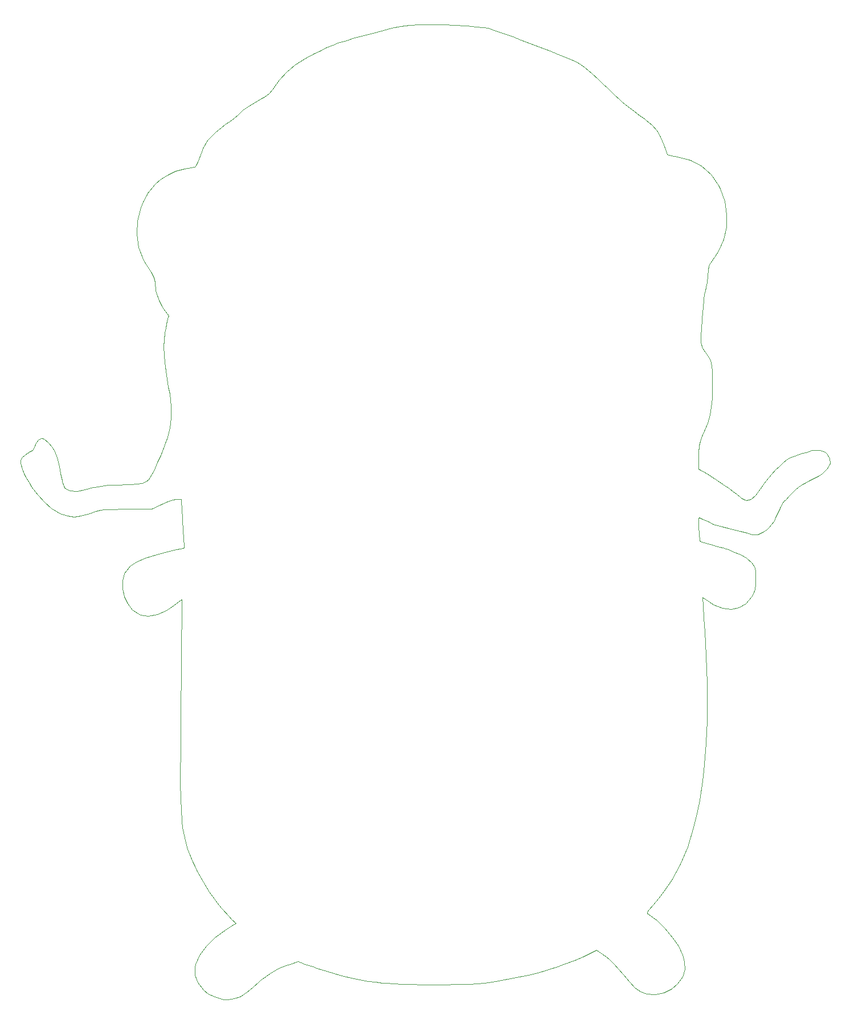
<source format=gbr>
G04 #@! TF.GenerationSoftware,KiCad,Pcbnew,8.0.5-8.0.5-0~ubuntu24.04.1*
G04 #@! TF.CreationDate,2024-10-08T07:53:47+09:00*
G04 #@! TF.ProjectId,gopher_pilot_rp2040_sw,676f7068-6572-45f7-9069-6c6f745f7270,rev?*
G04 #@! TF.SameCoordinates,Original*
G04 #@! TF.FileFunction,Profile,NP*
%FSLAX46Y46*%
G04 Gerber Fmt 4.6, Leading zero omitted, Abs format (unit mm)*
G04 Created by KiCad (PCBNEW 8.0.5-8.0.5-0~ubuntu24.04.1) date 2024-10-08 07:53:47*
%MOMM*%
%LPD*%
G01*
G04 APERTURE LIST*
G04 #@! TA.AperFunction,Profile*
%ADD10C,0.050000*%
G04 #@! TD*
G04 APERTURE END LIST*
D10*
X50840000Y-91110000D02*
X50880000Y-90670000D01*
X50880000Y-90670000D02*
X51050000Y-90280000D01*
X51050000Y-90280000D02*
X51510000Y-89790000D01*
X51110000Y-91950000D02*
X50840000Y-91110000D01*
X51390000Y-92580000D02*
X51110000Y-91950000D01*
X51510000Y-89790000D02*
X52160000Y-89430000D01*
X51650000Y-93130000D02*
X51390000Y-92580000D01*
X52160000Y-89430000D02*
X52640000Y-89160000D01*
X52210000Y-94070000D02*
X51650000Y-93130000D01*
X52500000Y-94530000D02*
X52210000Y-94070000D01*
X52640000Y-89160000D02*
X52880000Y-88700000D01*
X52880000Y-88700000D02*
X53130000Y-88070000D01*
X53130000Y-88070000D02*
X53540000Y-87570000D01*
X53400000Y-95760000D02*
X52500000Y-94530000D01*
X53540000Y-87570000D02*
X53970000Y-87350000D01*
X53970000Y-87350000D02*
X53990000Y-87350000D01*
X53990000Y-87350000D02*
X54020000Y-87360000D01*
X54020000Y-87360000D02*
X54320000Y-87490000D01*
X54320000Y-87490000D02*
X55040000Y-88030000D01*
X54410000Y-96890000D02*
X53400000Y-95760000D01*
X55040000Y-88030000D02*
X55540000Y-88600000D01*
X55450000Y-97820000D02*
X54410000Y-96890000D01*
X55540000Y-88600000D02*
X55930000Y-89300000D01*
X55930000Y-89300000D02*
X56280000Y-90290000D01*
X56280000Y-90290000D02*
X56590000Y-91550000D01*
X56420000Y-98420000D02*
X55450000Y-97820000D01*
X56590000Y-91550000D02*
X56780000Y-92610000D01*
X56680000Y-98530000D02*
X56420000Y-98420000D01*
X56780000Y-92610000D02*
X57000000Y-93670000D01*
X57000000Y-93670000D02*
X57030000Y-93810000D01*
X57030000Y-93810000D02*
X57260000Y-94500000D01*
X57260000Y-94500000D02*
X57470000Y-94810000D01*
X57470000Y-94810000D02*
X58210000Y-95160000D01*
X57790000Y-98910000D02*
X56680000Y-98530000D01*
X58210000Y-95160000D02*
X59210000Y-95230000D01*
X58800000Y-99030000D02*
X57790000Y-98910000D01*
X59210000Y-95230000D02*
X60450000Y-95000000D01*
X59840000Y-98910000D02*
X58800000Y-99030000D01*
X60450000Y-95000000D02*
X61610000Y-94680000D01*
X61090000Y-98520000D02*
X59840000Y-98910000D01*
X61610000Y-94680000D02*
X61870000Y-94620000D01*
X61870000Y-94620000D02*
X62800000Y-94450000D01*
X62050000Y-98210000D02*
X61090000Y-98520000D01*
X62710000Y-98060000D02*
X62050000Y-98210000D01*
X62800000Y-94450000D02*
X63860000Y-94350000D01*
X63320000Y-97980000D02*
X62710000Y-98060000D01*
X63750000Y-97950000D02*
X63320000Y-97980000D01*
X63860000Y-94350000D02*
X65220000Y-94280000D01*
X64660000Y-97920000D02*
X63750000Y-97950000D01*
X65220000Y-94280000D02*
X66710000Y-94220000D01*
X65960000Y-97910000D02*
X64660000Y-97920000D01*
X65990000Y-109700000D02*
X66010000Y-108540000D01*
X66010000Y-108540000D02*
X66290000Y-107470000D01*
X66250000Y-110890000D02*
X65990000Y-109700000D01*
X66290000Y-107470000D02*
X66900000Y-106580000D01*
X66710000Y-94220000D02*
X67110000Y-94210000D01*
X66740000Y-111950000D02*
X66250000Y-110890000D01*
X66900000Y-106580000D02*
X67060000Y-106420000D01*
X67060000Y-106420000D02*
X67260000Y-106290000D01*
X67110000Y-94210000D02*
X68120000Y-94150000D01*
X67260000Y-106290000D02*
X68050000Y-105770000D01*
X67470000Y-112870000D02*
X66740000Y-111950000D01*
X68050000Y-105770000D02*
X69410000Y-105150000D01*
X68110000Y-57060000D02*
X68200000Y-55060000D01*
X68120000Y-94150000D02*
X68890000Y-94030000D01*
X68200000Y-55060000D02*
X68690000Y-53060000D01*
X68390000Y-113490000D02*
X67470000Y-112870000D01*
X68420000Y-59030000D02*
X68110000Y-57060000D01*
X68640000Y-113590000D02*
X68390000Y-113490000D01*
X68690000Y-53060000D02*
X69070000Y-52240000D01*
X68890000Y-94030000D02*
X69480000Y-93790000D01*
X69070000Y-52240000D02*
X69620000Y-51100000D01*
X69120000Y-60920000D02*
X68420000Y-59030000D01*
X69200000Y-97900000D02*
X65960000Y-97910000D01*
X69410000Y-105150000D02*
X71060000Y-104620000D01*
X69480000Y-93790000D02*
X69900000Y-93440000D01*
X69550000Y-61610000D02*
X69120000Y-60920000D01*
X69620000Y-51100000D02*
X69660000Y-51030000D01*
X69660000Y-51030000D02*
X70800000Y-49590000D01*
X69840000Y-113790000D02*
X68640000Y-113590000D01*
X69900000Y-93440000D02*
X70270000Y-92900000D01*
X70220000Y-62690000D02*
X69550000Y-61610000D01*
X70270000Y-92900000D02*
X70650000Y-92170000D01*
X70340000Y-97890000D02*
X69200000Y-97900000D01*
X70650000Y-92170000D02*
X71210000Y-90960000D01*
X70680000Y-63460000D02*
X70220000Y-62690000D01*
X70800000Y-49590000D02*
X70920000Y-49490000D01*
X70830000Y-64140000D02*
X70680000Y-63460000D01*
X70920000Y-49490000D02*
X71590000Y-48970000D01*
X70960000Y-65440000D02*
X70830000Y-64140000D01*
X71060000Y-104620000D02*
X72040000Y-104360000D01*
X71140000Y-113570000D02*
X69840000Y-113790000D01*
X71210000Y-90960000D02*
X71650000Y-89940000D01*
X71390000Y-66880000D02*
X70960000Y-65440000D01*
X71590000Y-48970000D02*
X72250000Y-48470000D01*
X71650000Y-89940000D02*
X71970000Y-89200000D01*
X71790000Y-97180000D02*
X70340000Y-97890000D01*
X71870000Y-67760000D02*
X71390000Y-66880000D01*
X71970000Y-89200000D02*
X72560000Y-87590000D01*
X72040000Y-104360000D02*
X73600000Y-103980000D01*
X72090000Y-68140000D02*
X71870000Y-67760000D01*
X72140000Y-73780000D02*
X72270000Y-71740000D01*
X72250000Y-48470000D02*
X72700000Y-48250000D01*
X72270000Y-71740000D02*
X72410000Y-70970000D01*
X72280000Y-76130000D02*
X72140000Y-73780000D01*
X72410000Y-70970000D02*
X72510000Y-70450000D01*
X72510000Y-70450000D02*
X72630000Y-69930000D01*
X72530000Y-112950000D02*
X71140000Y-113570000D01*
X72550000Y-77990000D02*
X72280000Y-76130000D01*
X72560000Y-87590000D02*
X72600000Y-87490000D01*
X72600000Y-87490000D02*
X73000000Y-85880000D01*
X72630000Y-69930000D02*
X72770000Y-69360000D01*
X72690000Y-96800000D02*
X71790000Y-97180000D01*
X72700000Y-48250000D02*
X73910000Y-47700000D01*
X72770000Y-69360000D02*
X72830000Y-69130000D01*
X72810000Y-79710000D02*
X72550000Y-77990000D01*
X72830000Y-69130000D02*
X72090000Y-68140000D01*
X73000000Y-80790000D02*
X72810000Y-79710000D01*
X73000000Y-85880000D02*
X73190000Y-84300000D01*
X73060000Y-112570000D02*
X72530000Y-112950000D01*
X73190000Y-82640000D02*
X73000000Y-80790000D01*
X73190000Y-84300000D02*
X73190000Y-82640000D01*
X73460000Y-96550000D02*
X72690000Y-96800000D01*
X73600000Y-103980000D02*
X74970000Y-103700000D01*
X73640000Y-112170000D02*
X73060000Y-112570000D01*
X73910000Y-47700000D02*
X75240000Y-47340000D01*
X73980000Y-96450000D02*
X73460000Y-96550000D01*
X74270000Y-111700000D02*
X73640000Y-112170000D01*
X74600000Y-135870000D02*
X74610000Y-135100000D01*
X74600000Y-138410000D02*
X74600000Y-135870000D01*
X74610000Y-135100000D02*
X74620000Y-131850000D01*
X74620000Y-131850000D02*
X74640000Y-129800000D01*
X74640000Y-129800000D02*
X74650000Y-128510000D01*
X74640000Y-141050000D02*
X74600000Y-138410000D01*
X74650000Y-128510000D02*
X74660000Y-127340000D01*
X74660000Y-127340000D02*
X74670000Y-126300000D01*
X74670000Y-111390000D02*
X74270000Y-111700000D01*
X74670000Y-126300000D02*
X74710000Y-123350000D01*
X74690000Y-96460000D02*
X73980000Y-96450000D01*
X74690000Y-142530000D02*
X74640000Y-141050000D01*
X74710000Y-96790000D02*
X74690000Y-96460000D01*
X74710000Y-123350000D02*
X74720000Y-121650000D01*
X74720000Y-121650000D02*
X74730000Y-120900000D01*
X74730000Y-120900000D02*
X74740000Y-118840000D01*
X74740000Y-118840000D02*
X74770000Y-116400000D01*
X74770000Y-116400000D02*
X74780000Y-115130000D01*
X74780000Y-115130000D02*
X74790000Y-114040000D01*
X74790000Y-97790000D02*
X74710000Y-96790000D01*
X74790000Y-114040000D02*
X74800000Y-112470000D01*
X74800000Y-112470000D02*
X74810000Y-111630000D01*
X74810000Y-111630000D02*
X74820000Y-111310000D01*
X74810000Y-144170000D02*
X74690000Y-142530000D01*
X74820000Y-111310000D02*
X74670000Y-111390000D01*
X74920000Y-145210000D02*
X74810000Y-144170000D01*
X74970000Y-103700000D02*
X75180000Y-103660000D01*
X75020000Y-101060000D02*
X74790000Y-97790000D01*
X75160000Y-103400000D02*
X75020000Y-101060000D01*
X75180000Y-103660000D02*
X75160000Y-103400000D01*
X75200000Y-146700000D02*
X74920000Y-145210000D01*
X75240000Y-47340000D02*
X76140000Y-47170000D01*
X75390000Y-147450000D02*
X75200000Y-146700000D01*
X75660000Y-148380000D02*
X75390000Y-147450000D01*
X75850000Y-148870000D02*
X75660000Y-148380000D01*
X76140000Y-47170000D02*
X76550000Y-47090000D01*
X76390000Y-150280000D02*
X75850000Y-148870000D01*
X76550000Y-47090000D02*
X76770000Y-47050000D01*
X76730000Y-150990000D02*
X76390000Y-150280000D01*
X76760000Y-165950000D02*
X76870000Y-165490000D01*
X76770000Y-47050000D02*
X76950000Y-46820000D01*
X76780000Y-167140000D02*
X76760000Y-165950000D01*
X76870000Y-165490000D02*
X77460000Y-164140000D01*
X76950000Y-46820000D02*
X77200000Y-46280000D01*
X77030000Y-151590000D02*
X76730000Y-150990000D01*
X77200000Y-46280000D02*
X77750000Y-44780000D01*
X77200000Y-168270000D02*
X76780000Y-167140000D01*
X77460000Y-164140000D02*
X78430000Y-162780000D01*
X77740000Y-152930000D02*
X77030000Y-151590000D01*
X77750000Y-44780000D02*
X77950000Y-44260000D01*
X77950000Y-44260000D02*
X78620000Y-43100000D01*
X78050000Y-169300000D02*
X77200000Y-168270000D01*
X78250000Y-153750000D02*
X77740000Y-152930000D01*
X78430000Y-162780000D02*
X79710000Y-161530000D01*
X78620000Y-43100000D02*
X79610000Y-42060000D01*
X78750000Y-169880000D02*
X78050000Y-169300000D01*
X78880000Y-154780000D02*
X78250000Y-153750000D01*
X79130000Y-155110000D02*
X78880000Y-154780000D01*
X79610000Y-42060000D02*
X79930000Y-41790000D01*
X79690000Y-170380000D02*
X78750000Y-169880000D01*
X79710000Y-161530000D02*
X81230000Y-160410000D01*
X79930000Y-41790000D02*
X80620000Y-41230000D01*
X80330000Y-156740000D02*
X79130000Y-155110000D01*
X80620000Y-41230000D02*
X81270000Y-40760000D01*
X80750000Y-157210000D02*
X80330000Y-156740000D01*
X80960000Y-170750000D02*
X79690000Y-170380000D01*
X81230000Y-160410000D02*
X82300000Y-159780000D01*
X81270000Y-40760000D02*
X81900000Y-40290000D01*
X81710000Y-170760000D02*
X80960000Y-170750000D01*
X81850000Y-158440000D02*
X80750000Y-157210000D01*
X81900000Y-40290000D02*
X82570000Y-39750000D01*
X82210000Y-158810000D02*
X81850000Y-158440000D01*
X82300000Y-159780000D02*
X82870000Y-159460000D01*
X82570000Y-39750000D02*
X83160000Y-39250000D01*
X82610000Y-170610000D02*
X81710000Y-170760000D01*
X82870000Y-159460000D02*
X82210000Y-158810000D01*
X83160000Y-39250000D02*
X83900000Y-38630000D01*
X83480000Y-170320000D02*
X82610000Y-170610000D01*
X83620000Y-170250000D02*
X83480000Y-170320000D01*
X83900000Y-38630000D02*
X84390000Y-38280000D01*
X83950000Y-170030000D02*
X83620000Y-170250000D01*
X84390000Y-38280000D02*
X84860000Y-37960000D01*
X84440000Y-169660000D02*
X83950000Y-170030000D01*
X84860000Y-37960000D02*
X85510000Y-37560000D01*
X84860000Y-169350000D02*
X84440000Y-169660000D01*
X85410000Y-168870000D02*
X84860000Y-169350000D01*
X85510000Y-37560000D02*
X86610000Y-36920000D01*
X86210000Y-168180000D02*
X85410000Y-168870000D01*
X86540000Y-167890000D02*
X86210000Y-168180000D01*
X86610000Y-36920000D02*
X87070000Y-36660000D01*
X86720000Y-167760000D02*
X86540000Y-167890000D01*
X87070000Y-36660000D02*
X87770000Y-36130000D01*
X87770000Y-36130000D02*
X88270000Y-35590000D01*
X87940000Y-166860000D02*
X86720000Y-167760000D01*
X88270000Y-35590000D02*
X88910000Y-34680000D01*
X88910000Y-34680000D02*
X89310000Y-34120000D01*
X89230000Y-166140000D02*
X87940000Y-166860000D01*
X89310000Y-34120000D02*
X90410000Y-32940000D01*
X90270000Y-165730000D02*
X89230000Y-166140000D01*
X90410000Y-32940000D02*
X90900000Y-32540000D01*
X90900000Y-32540000D02*
X91620000Y-31950000D01*
X90920000Y-165500000D02*
X90270000Y-165730000D01*
X91620000Y-31950000D02*
X93180000Y-30940000D01*
X92070000Y-165130000D02*
X90920000Y-165500000D01*
X92500000Y-165290000D02*
X92070000Y-165130000D01*
X93140000Y-165500000D02*
X92500000Y-165290000D01*
X93180000Y-30940000D02*
X94430000Y-30240000D01*
X94290000Y-165890000D02*
X93140000Y-165500000D01*
X94430000Y-30240000D02*
X95380000Y-29760000D01*
X94910000Y-166100000D02*
X94290000Y-165890000D01*
X95380000Y-29760000D02*
X96310000Y-29300000D01*
X95730000Y-166360000D02*
X94910000Y-166100000D01*
X96310000Y-29300000D02*
X97230000Y-28920000D01*
X97200000Y-166810000D02*
X95730000Y-166360000D01*
X97230000Y-28920000D02*
X97990000Y-28640000D01*
X97990000Y-28640000D02*
X99270000Y-28240000D01*
X98540000Y-167190000D02*
X97200000Y-166810000D01*
X99270000Y-28240000D02*
X100470000Y-27890000D01*
X100400000Y-167650000D02*
X98540000Y-167190000D01*
X100470000Y-27890000D02*
X102240000Y-27410000D01*
X102240000Y-27410000D02*
X103870000Y-26970000D01*
X102510000Y-168020000D02*
X100400000Y-167650000D01*
X103620000Y-168150000D02*
X102510000Y-168020000D01*
X103870000Y-26970000D02*
X104750000Y-26730000D01*
X104620000Y-168280000D02*
X103620000Y-168150000D01*
X104750000Y-26730000D02*
X106010000Y-26430000D01*
X104870000Y-168300000D02*
X104620000Y-168280000D01*
X106010000Y-26430000D02*
X107340000Y-26160000D01*
X106620000Y-168420000D02*
X104870000Y-168300000D01*
X107290000Y-168450000D02*
X106620000Y-168420000D01*
X107340000Y-26160000D02*
X108670000Y-25960000D01*
X108670000Y-25960000D02*
X110040000Y-25880000D01*
X109310000Y-168520000D02*
X107290000Y-168450000D01*
X110040000Y-25880000D02*
X111230000Y-25870000D01*
X110190000Y-168540000D02*
X109310000Y-168520000D01*
X111230000Y-25870000D02*
X112480000Y-25890000D01*
X111950000Y-168550000D02*
X110190000Y-168540000D01*
X112480000Y-25890000D02*
X113910000Y-25940000D01*
X113290000Y-168540000D02*
X111950000Y-168550000D01*
X113910000Y-25940000D02*
X115240000Y-26000000D01*
X115240000Y-26000000D02*
X117240000Y-26110000D01*
X116240000Y-168510000D02*
X113290000Y-168540000D01*
X117240000Y-26110000D02*
X118470000Y-26210000D01*
X117550000Y-168470000D02*
X116240000Y-168510000D01*
X118470000Y-26210000D02*
X119620000Y-26330000D01*
X118710000Y-168400000D02*
X117550000Y-168470000D01*
X119620000Y-26330000D02*
X120370000Y-26450000D01*
X119650000Y-168310000D02*
X118710000Y-168400000D01*
X120370000Y-26450000D02*
X121170000Y-26710000D01*
X120450000Y-168220000D02*
X119650000Y-168310000D01*
X121170000Y-26710000D02*
X122210000Y-27080000D01*
X121920000Y-168000000D02*
X120450000Y-168220000D01*
X122210000Y-27080000D02*
X123990000Y-27720000D01*
X123990000Y-27720000D02*
X125150000Y-28160000D01*
X125150000Y-28160000D02*
X126520000Y-28680000D01*
X126300000Y-167100000D02*
X121920000Y-168000000D01*
X126520000Y-28680000D02*
X127940000Y-29220000D01*
X127710000Y-166760000D02*
X126300000Y-167100000D01*
X127940000Y-29220000D02*
X129490000Y-29820000D01*
X129490000Y-29820000D02*
X130690000Y-30280000D01*
X130660000Y-165870000D02*
X127710000Y-166760000D01*
X130690000Y-30280000D02*
X132420000Y-30990000D01*
X131570000Y-165550000D02*
X130660000Y-165870000D01*
X132420000Y-30990000D02*
X133430000Y-31440000D01*
X133250000Y-164930000D02*
X131570000Y-165550000D01*
X133380000Y-164860000D02*
X133250000Y-164930000D01*
X133430000Y-31440000D02*
X134070000Y-31820000D01*
X134070000Y-31820000D02*
X134710000Y-32290000D01*
X134430000Y-164390000D02*
X133380000Y-164860000D01*
X134710000Y-32290000D02*
X135760000Y-33180000D01*
X135760000Y-33180000D02*
X136690000Y-34040000D01*
X136450000Y-163410000D02*
X134430000Y-164390000D01*
X136690000Y-34040000D02*
X137470000Y-34800000D01*
X136790000Y-163650000D02*
X136450000Y-163410000D01*
X137280000Y-163990000D02*
X136790000Y-163650000D01*
X137470000Y-34800000D02*
X138020000Y-35340000D01*
X137900000Y-164440000D02*
X137280000Y-163990000D01*
X138020000Y-35340000D02*
X139040000Y-36310000D01*
X138300000Y-164760000D02*
X137900000Y-164440000D01*
X138860000Y-165290000D02*
X138300000Y-164760000D01*
X138990000Y-165430000D02*
X138860000Y-165290000D01*
X139040000Y-36310000D02*
X139820000Y-37010000D01*
X139760000Y-166270000D02*
X138990000Y-165430000D01*
X139820000Y-37010000D02*
X140270000Y-37420000D01*
X140270000Y-37420000D02*
X141000000Y-38000000D01*
X140400000Y-167010000D02*
X139760000Y-166270000D01*
X141000000Y-38000000D02*
X141340000Y-38290000D01*
X141340000Y-38290000D02*
X142020000Y-38800000D01*
X141360000Y-168150000D02*
X140400000Y-167010000D01*
X142020000Y-38800000D02*
X142900000Y-39430000D01*
X142130000Y-168990000D02*
X141360000Y-168150000D01*
X142900000Y-39430000D02*
X143070000Y-39560000D01*
X142970000Y-169600000D02*
X142130000Y-168990000D01*
X143070000Y-39560000D02*
X143660000Y-39970000D01*
X143660000Y-39970000D02*
X143840000Y-40120000D01*
X143840000Y-40120000D02*
X144650000Y-40810000D01*
X143880000Y-169920000D02*
X142970000Y-169600000D01*
X143950000Y-157950000D02*
X144120000Y-158100000D01*
X143980000Y-157750000D02*
X143950000Y-157950000D01*
X144120000Y-158100000D02*
X144810000Y-158600000D01*
X144220000Y-157410000D02*
X143980000Y-157750000D01*
X144650000Y-40810000D02*
X145400000Y-41680000D01*
X144810000Y-158600000D02*
X145410000Y-159030000D01*
X144820000Y-156730000D02*
X144220000Y-157410000D01*
X144970000Y-170000000D02*
X143880000Y-169920000D01*
X145170000Y-169980000D02*
X144970000Y-170000000D01*
X145400000Y-41680000D02*
X145960000Y-42590000D01*
X145410000Y-159030000D02*
X146630000Y-160190000D01*
X145690000Y-155710000D02*
X144820000Y-156730000D01*
X145960000Y-42590000D02*
X146450000Y-43800000D01*
X146450000Y-43800000D02*
X146690000Y-44450000D01*
X146450000Y-169750000D02*
X145170000Y-169980000D01*
X146460000Y-154650000D02*
X145690000Y-155710000D01*
X146630000Y-160190000D02*
X147730000Y-161500000D01*
X146690000Y-44450000D02*
X146890000Y-44990000D01*
X146890000Y-44990000D02*
X146980000Y-45250000D01*
X146980000Y-45250000D02*
X147580000Y-45350000D01*
X147580000Y-45350000D02*
X148500000Y-45510000D01*
X147590000Y-169190000D02*
X146450000Y-169750000D01*
X147600000Y-152960000D02*
X146460000Y-154650000D01*
X147730000Y-161500000D02*
X148630000Y-162840000D01*
X148500000Y-45510000D02*
X150380000Y-46050000D01*
X148510000Y-168400000D02*
X147590000Y-169190000D01*
X148630000Y-162840000D02*
X149270000Y-164180000D01*
X148880000Y-150590000D02*
X147600000Y-152960000D01*
X149200000Y-167390000D02*
X148510000Y-168400000D01*
X149270000Y-164180000D02*
X149530000Y-165080000D01*
X149530000Y-165080000D02*
X149540000Y-166270000D01*
X149540000Y-166270000D02*
X149200000Y-167390000D01*
X149980000Y-148040000D02*
X148880000Y-150590000D01*
X150380000Y-46050000D02*
X152050000Y-46940000D01*
X150970000Y-144850000D02*
X149980000Y-148040000D01*
X151450000Y-142760000D02*
X150970000Y-144850000D01*
X151610000Y-90440000D02*
X151610000Y-91940000D01*
X151610000Y-91940000D02*
X151790000Y-92020000D01*
X151620000Y-89460000D02*
X151610000Y-90440000D01*
X151630000Y-99970000D02*
X151640000Y-100630000D01*
X151640000Y-99300000D02*
X151630000Y-99970000D01*
X151640000Y-100630000D02*
X151670000Y-101320000D01*
X151670000Y-101320000D02*
X151710000Y-101870000D01*
X151690000Y-88480000D02*
X151620000Y-89460000D01*
X151690000Y-99110000D02*
X151640000Y-99300000D01*
X151710000Y-101870000D02*
X151750000Y-102260000D01*
X151750000Y-102260000D02*
X151780000Y-102470000D01*
X151780000Y-102470000D02*
X151790000Y-102520000D01*
X151790000Y-92020000D02*
X152720000Y-92570000D01*
X151790000Y-102520000D02*
X151840000Y-102700000D01*
X151790000Y-141100000D02*
X151450000Y-142760000D01*
X151840000Y-87780000D02*
X151690000Y-88480000D01*
X151840000Y-102700000D02*
X152080000Y-102800000D01*
X151900000Y-99200000D02*
X151690000Y-99110000D01*
X151960000Y-72740000D02*
X151960000Y-73190000D01*
X151960000Y-73190000D02*
X152170000Y-73960000D01*
X151980000Y-71840000D02*
X151960000Y-72740000D01*
X152020000Y-71320000D02*
X151980000Y-71840000D01*
X152050000Y-46940000D02*
X153430000Y-48170000D01*
X152080000Y-102800000D02*
X152720000Y-102990000D01*
X152110000Y-87070000D02*
X151840000Y-87780000D01*
X152120000Y-69620000D02*
X152020000Y-71320000D01*
X152170000Y-73960000D02*
X152600000Y-74580000D01*
X152180000Y-110970000D02*
X152210000Y-111040000D01*
X152210000Y-111040000D02*
X152290000Y-112140000D01*
X152220000Y-138220000D02*
X151790000Y-141100000D01*
X152240000Y-99360000D02*
X151900000Y-99200000D01*
X152250000Y-67920000D02*
X152120000Y-69620000D01*
X152260000Y-111040000D02*
X152180000Y-110970000D01*
X152290000Y-112140000D02*
X152410000Y-114030000D01*
X152370000Y-66770000D02*
X152250000Y-67920000D01*
X152380000Y-136760000D02*
X152220000Y-138220000D01*
X152410000Y-114030000D02*
X152540000Y-116070000D01*
X152440000Y-111170000D02*
X152260000Y-111040000D01*
X152490000Y-65910000D02*
X152370000Y-66770000D01*
X152540000Y-86060000D02*
X152110000Y-87070000D01*
X152540000Y-116070000D02*
X152710000Y-119610000D01*
X152560000Y-134820000D02*
X152380000Y-136760000D01*
X152600000Y-65410000D02*
X152490000Y-65910000D01*
X152600000Y-74580000D02*
X152990000Y-75100000D01*
X152700000Y-132640000D02*
X152560000Y-134820000D01*
X152710000Y-111370000D02*
X152440000Y-111170000D01*
X152710000Y-119610000D02*
X152850000Y-123800000D01*
X152720000Y-92570000D02*
X154170000Y-93510000D01*
X152720000Y-102990000D02*
X153600000Y-103230000D01*
X152730000Y-64920000D02*
X152600000Y-65410000D01*
X152780000Y-130950000D02*
X152700000Y-132640000D01*
X152840000Y-129390000D02*
X152780000Y-130950000D01*
X152850000Y-64210000D02*
X152730000Y-64920000D01*
X152850000Y-123800000D02*
X152850000Y-125380000D01*
X152850000Y-125380000D02*
X152840000Y-129390000D01*
X152930000Y-85100000D02*
X152540000Y-86060000D01*
X152960000Y-63250000D02*
X152850000Y-64210000D01*
X152990000Y-75100000D02*
X153120000Y-75310000D01*
X153010000Y-62370000D02*
X152960000Y-63250000D01*
X153010000Y-99760000D02*
X152240000Y-99360000D01*
X153120000Y-61740000D02*
X153010000Y-62370000D01*
X153120000Y-75310000D02*
X153270000Y-75590000D01*
X153190000Y-111670000D02*
X152710000Y-111370000D01*
X153270000Y-75590000D02*
X153460000Y-76110000D01*
X153280000Y-83930000D02*
X152930000Y-85100000D01*
X153360000Y-61260000D02*
X153120000Y-61740000D01*
X153430000Y-48170000D02*
X154530000Y-49740000D01*
X153460000Y-76110000D02*
X153610000Y-77310000D01*
X153510000Y-82750000D02*
X153280000Y-83930000D01*
X153600000Y-103230000D02*
X154120000Y-103360000D01*
X153610000Y-77310000D02*
X153640000Y-77970000D01*
X153620000Y-81420000D02*
X153510000Y-82750000D01*
X153630000Y-80850000D02*
X153620000Y-81420000D01*
X153640000Y-77970000D02*
X153650000Y-80150000D01*
X153650000Y-80150000D02*
X153630000Y-80850000D01*
X153810000Y-112070000D02*
X153190000Y-111670000D01*
X153830000Y-100120000D02*
X153010000Y-99760000D01*
X153990000Y-60410000D02*
X153360000Y-61260000D01*
X154120000Y-103360000D02*
X154710000Y-103530000D01*
X154170000Y-93510000D02*
X155530000Y-94410000D01*
X154530000Y-49740000D02*
X154810000Y-50300000D01*
X154600000Y-59530000D02*
X153990000Y-60410000D01*
X154710000Y-103530000D02*
X155210000Y-103670000D01*
X154810000Y-50300000D02*
X155480000Y-52150000D01*
X155050000Y-100520000D02*
X153830000Y-100120000D01*
X155160000Y-112630000D02*
X153810000Y-112070000D01*
X155210000Y-103670000D02*
X155630000Y-103790000D01*
X155350000Y-57810000D02*
X154600000Y-59530000D01*
X155480000Y-52150000D02*
X155770000Y-54060000D01*
X155530000Y-94410000D02*
X156140000Y-94860000D01*
X155630000Y-103790000D02*
X156060000Y-103920000D01*
X155740000Y-55980000D02*
X155350000Y-57810000D01*
X155770000Y-54060000D02*
X155740000Y-55980000D01*
X156060000Y-103920000D02*
X156210000Y-103980000D01*
X156070000Y-100770000D02*
X155050000Y-100520000D01*
X156140000Y-94860000D02*
X156740000Y-95330000D01*
X156210000Y-103980000D02*
X156960000Y-104270000D01*
X156470000Y-112790000D02*
X155160000Y-112630000D01*
X156740000Y-95330000D02*
X156920000Y-95450000D01*
X156920000Y-95450000D02*
X157710000Y-96050000D01*
X156960000Y-104270000D02*
X157600000Y-104520000D01*
X157050000Y-100980000D02*
X156070000Y-100770000D01*
X157600000Y-104520000D02*
X157730000Y-104590000D01*
X157630000Y-112550000D02*
X156470000Y-112790000D01*
X157710000Y-96050000D02*
X157950000Y-96230000D01*
X157730000Y-104590000D02*
X158320000Y-104920000D01*
X157810000Y-101150000D02*
X157050000Y-100980000D01*
X157950000Y-96230000D02*
X158460000Y-96530000D01*
X158320000Y-104920000D02*
X158750000Y-105160000D01*
X158460000Y-96530000D02*
X158750000Y-96620000D01*
X158630000Y-111920000D02*
X157630000Y-112550000D01*
X158750000Y-96620000D02*
X159390000Y-96440000D01*
X158750000Y-105160000D02*
X159510000Y-105840000D01*
X158780000Y-101420000D02*
X157810000Y-101150000D01*
X159390000Y-96440000D02*
X160050000Y-95870000D01*
X159460000Y-110910000D02*
X158630000Y-111920000D01*
X159510000Y-105840000D02*
X159870000Y-106440000D01*
X159530000Y-101680000D02*
X158780000Y-101420000D01*
X159720000Y-110470000D02*
X159460000Y-110910000D01*
X159870000Y-106440000D02*
X160040000Y-106990000D01*
X159980000Y-109840000D02*
X159720000Y-110470000D01*
X160040000Y-106990000D02*
X160100000Y-107750000D01*
X160050000Y-95870000D02*
X160790000Y-94930000D01*
X160090000Y-109060000D02*
X159980000Y-109840000D01*
X160100000Y-107750000D02*
X160110000Y-108280000D01*
X160110000Y-108280000D02*
X160090000Y-109060000D01*
X160410000Y-101670000D02*
X159530000Y-101680000D01*
X160790000Y-94930000D02*
X161170000Y-94340000D01*
X161170000Y-94340000D02*
X161360000Y-94090000D01*
X161280000Y-101290000D02*
X160410000Y-101670000D01*
X161360000Y-94090000D02*
X161630000Y-93700000D01*
X161630000Y-93700000D02*
X162480000Y-92690000D01*
X161760000Y-100910000D02*
X161280000Y-101290000D01*
X162130000Y-100590000D02*
X161760000Y-100910000D01*
X162370000Y-100280000D02*
X162130000Y-100590000D01*
X162480000Y-92690000D02*
X163060000Y-92050000D01*
X162860000Y-99630000D02*
X162370000Y-100280000D01*
X163060000Y-92050000D02*
X163610000Y-91490000D01*
X163070000Y-99170000D02*
X162860000Y-99630000D01*
X163490000Y-98290000D02*
X163070000Y-99170000D01*
X163610000Y-91490000D02*
X164180000Y-90970000D01*
X163690000Y-97760000D02*
X163490000Y-98290000D01*
X163730000Y-97690000D02*
X163690000Y-97760000D01*
X164180000Y-90970000D02*
X164640000Y-90590000D01*
X164240000Y-96810000D02*
X163730000Y-97690000D01*
X164530000Y-96500000D02*
X164240000Y-96810000D01*
X164640000Y-90590000D02*
X165170000Y-90230000D01*
X165060000Y-95910000D02*
X164530000Y-96500000D01*
X165170000Y-90230000D02*
X165370000Y-90160000D01*
X165370000Y-90160000D02*
X165950000Y-89990000D01*
X165670000Y-95320000D02*
X165060000Y-95910000D01*
X165950000Y-89990000D02*
X167040000Y-89610000D01*
X166040000Y-94990000D02*
X165670000Y-95320000D01*
X166530000Y-94570000D02*
X166040000Y-94990000D01*
X167010000Y-94230000D02*
X166530000Y-94570000D01*
X167040000Y-89610000D02*
X167580000Y-89450000D01*
X167520000Y-93960000D02*
X167010000Y-94230000D01*
X167580000Y-89450000D02*
X168480000Y-89190000D01*
X167970000Y-93710000D02*
X167520000Y-93960000D01*
X168480000Y-89190000D02*
X169540000Y-89140000D01*
X168770000Y-93320000D02*
X167970000Y-93710000D01*
X169430000Y-92920000D02*
X168770000Y-93320000D01*
X169540000Y-89140000D02*
X169610000Y-89160000D01*
X169610000Y-89160000D02*
X170380000Y-89430000D01*
X169940000Y-92600000D02*
X169430000Y-92920000D01*
X170380000Y-89430000D02*
X170670000Y-89680000D01*
X170670000Y-89680000D02*
X171110000Y-90370000D01*
X170750000Y-91840000D02*
X169940000Y-92600000D01*
X171110000Y-90370000D02*
X171140000Y-91090000D01*
X171140000Y-91090000D02*
X170750000Y-91840000D01*
M02*

</source>
